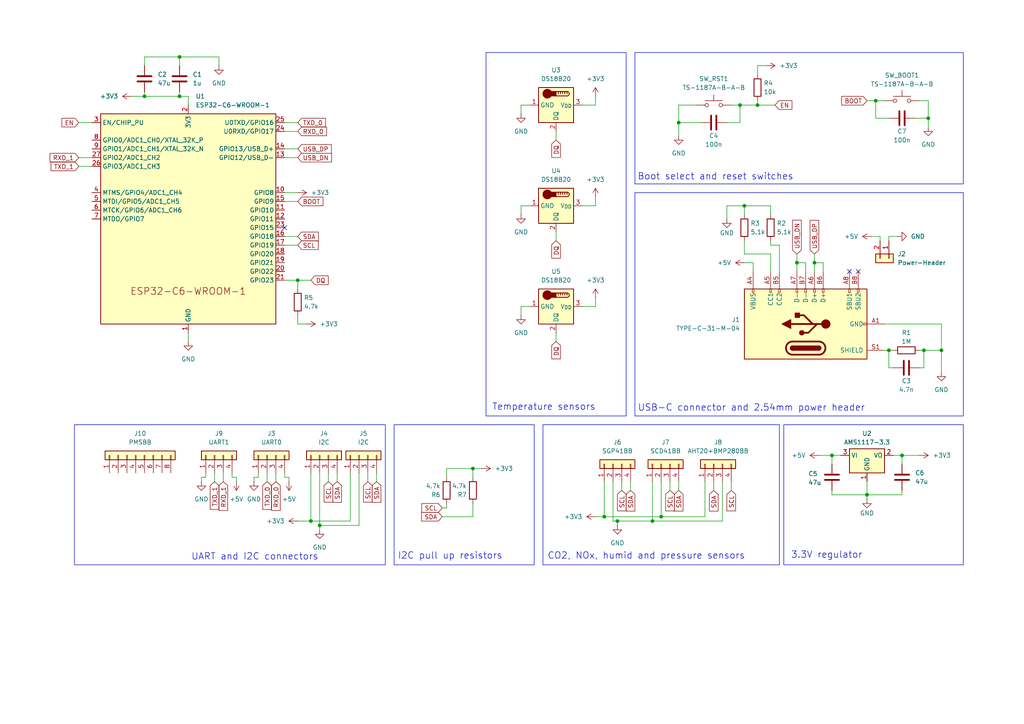
<source format=kicad_sch>
(kicad_sch (version 20250114) (generator "eeschema") (generator_version "9.0")
  (paper "A4")
  (lib_symbols
    (symbol "Connector:USB_C_Receptacle_USB2.0_16P" (pin_names (offset 1.016))
      (property "Reference" "J" (at 0 22.225 0))
      (property "Value" "USB_C_Receptacle_USB2.0_16P" (at 0 19.685 0))
      (symbol "USB_C_Receptacle_USB2.0_16P_0_0"
        (rectangle (start -0.254 -17.78) (end 0.254 -16.764))
        (rectangle (start 10.16 15.494) (end 9.144 14.986))
        (rectangle (start 10.16 10.414) (end 9.144 9.906))
        (rectangle (start 10.16 7.874) (end 9.144 7.366))
        (rectangle (start 10.16 2.794) (end 9.144 2.286))
        (rectangle (start 10.16 0.254) (end 9.144 -0.254))
        (rectangle (start 10.16 -2.286) (end 9.144 -2.794))
        (rectangle (start 10.16 -4.826) (end 9.144 -5.334))
        (rectangle (start 10.16 -12.446) (end 9.144 -12.954))
        (rectangle (start 10.16 -14.986) (end 9.144 -15.494))
      )
      (symbol "USB_C_Receptacle_USB2.0_16P_0_1"
        (rectangle (start -10.16 17.78) (end 10.16 -17.78) (stroke (width 0.254)) (fill (type background)))
        (polyline (pts (xy -8.89 -3.81) (xy -8.89 3.81)) (stroke (width 0.508)))
        (rectangle (start -7.62 -3.81) (end -6.35 3.81) (stroke (width 0.254)) (fill (type outline)))
        (arc (start -7.62 3.81) (mid -6.985 4.4423) (end -6.35 3.81) (stroke (width 0.254)))
        (arc (start -7.62 3.81) (mid -6.985 4.4423) (end -6.35 3.81) (stroke (width 0.254)) (fill (type outline)))
        (arc (start -8.89 3.81) (mid -6.985 5.7067) (end -5.08 3.81) (stroke (width 0.508)))
        (arc (start -5.08 -3.81) (mid -6.985 -5.7067) (end -8.89 -3.81) (stroke (width 0.508)))
        (arc (start -6.35 -3.81) (mid -6.985 -4.4423) (end -7.62 -3.81) (stroke (width 0.254)))
        (arc (start -6.35 -3.81) (mid -6.985 -4.4423) (end -7.62 -3.81) (stroke (width 0.254)) (fill (type outline)))
        (polyline (pts (xy -5.08 3.81) (xy -5.08 -3.81)) (stroke (width 0.508)))
        (circle (center -2.54 1.143) (radius 0.635) (stroke (width 0.254)) (fill (type outline)))
        (polyline (pts (xy -1.27 4.318) (xy 0 6.858) (xy 1.27 4.318) (xy -1.27 4.318)) (stroke (width 0.254)) (fill (type outline)))
        (polyline (pts (xy 0 -2.032) (xy 2.54 0.508) (xy 2.54 1.778)) (stroke (width 0.508)))
        (polyline (pts (xy 0 -3.302) (xy -2.54 -0.762) (xy -2.54 0.508)) (stroke (width 0.508)))
        (polyline (pts (xy 0 -5.842) (xy 0 4.318)) (stroke (width 0.508)))
        (circle (center 0 -5.842) (radius 1.27) (fill (type outline)))
        (rectangle (start 1.905 1.778) (end 3.175 3.048) (stroke (width 0.254)) (fill (type outline)))
      )
      (symbol "USB_C_Receptacle_USB2.0_16P_1_1"
        (pin passive line (at -7.62 -22.86 90) (length 5.08) (name "SHIELD") (number "S1"))
        (pin passive line (at 0 -22.86 90) (length 5.08) (name "GND") (number "A1"))
        (pin passive line (at 0 -22.86 90) (length 5.08) (hide yes) (name "GND") (number "A12"))
        (pin passive line (at 0 -22.86 90) (length 5.08) (hide yes) (name "GND") (number "B1"))
        (pin passive line (at 0 -22.86 90) (length 5.08) (hide yes) (name "GND") (number "B12"))
        (pin passive line (at 15.24 15.24 180) (length 5.08) (name "VBUS") (number "A4"))
        (pin passive line (at 15.24 15.24 180) (length 5.08) (hide yes) (name "VBUS") (number "A9"))
        (pin passive line (at 15.24 15.24 180) (length 5.08) (hide yes) (name "VBUS") (number "B4"))
        (pin passive line (at 15.24 15.24 180) (length 5.08) (hide yes) (name "VBUS") (number "B9"))
        (pin bidirectional line (at 15.24 10.16 180) (length 5.08) (name "CC1") (number "A5"))
        (pin bidirectional line (at 15.24 7.62 180) (length 5.08) (name "CC2") (number "B5"))
        (pin bidirectional line (at 15.24 2.54 180) (length 5.08) (name "D-") (number "A7"))
        (pin bidirectional line (at 15.24 0 180) (length 5.08) (name "D-") (number "B7"))
        (pin bidirectional line (at 15.24 -2.54 180) (length 5.08) (name "D+") (number "A6"))
        (pin bidirectional line (at 15.24 -5.08 180) (length 5.08) (name "D+") (number "B6"))
        (pin bidirectional line (at 15.24 -12.7 180) (length 5.08) (name "SBU1") (number "A8"))
        (pin bidirectional line (at 15.24 -15.24 180) (length 5.08) (name "SBU2") (number "B8"))
      )
    )
    (symbol "Connector_Generic:Conn_01x02" (pin_names (offset 1.016) (hide yes))
      (property "Reference" "J" (at 0 2.54 0))
      (property "Value" "Conn_01x02" (at 0 -5.08 0))
      (symbol "Conn_01x02_1_1"
        (rectangle (start -1.27 1.27) (end 1.27 -3.81) (stroke (width 0.254)) (fill (type background)))
        (rectangle (start -1.27 0.127) (end 0 -0.127) (stroke (width 0.1524)))
        (rectangle (start -1.27 -2.413) (end 0 -2.667) (stroke (width 0.1524)))
        (pin passive line (at -5.08 0 0) (length 3.81) (name "Pin_1") (number "1"))
        (pin passive line (at -5.08 -2.54 0) (length 3.81) (name "Pin_2") (number "2"))
      )
    )
    (symbol "Connector_Generic:Conn_01x04" (pin_names (offset 1.016) (hide yes))
      (property "Reference" "J" (at 0 5.08 0))
      (property "Value" "Conn_01x04" (at 0 -7.62 0))
      (symbol "Conn_01x04_1_1"
        (rectangle (start -1.27 3.81) (end 1.27 -6.35) (stroke (width 0.254)) (fill (type background)))
        (rectangle (start -1.27 2.667) (end 0 2.413) (stroke (width 0.1524)))
        (rectangle (start -1.27 0.127) (end 0 -0.127) (stroke (width 0.1524)))
        (rectangle (start -1.27 -2.413) (end 0 -2.667) (stroke (width 0.1524)))
        (rectangle (start -1.27 -4.953) (end 0 -5.207) (stroke (width 0.1524)))
        (pin passive line (at -5.08 2.54 0) (length 3.81) (name "Pin_1") (number "1"))
        (pin passive line (at -5.08 0 0) (length 3.81) (name "Pin_2") (number "2"))
        (pin passive line (at -5.08 -2.54 0) (length 3.81) (name "Pin_3") (number "3"))
        (pin passive line (at -5.08 -5.08 0) (length 3.81) (name "Pin_4") (number "4"))
      )
    )
    (symbol "Connector_Generic:Conn_01x08" (pin_names (offset 1.016) (hide yes))
      (property "Reference" "J" (at 0 10.16 0))
      (property "Value" "Conn_01x08" (at 0 -12.7 0))
      (symbol "Conn_01x08_1_1"
        (rectangle (start -1.27 8.89) (end 1.27 -11.43) (stroke (width 0.254)) (fill (type background)))
        (rectangle (start -1.27 7.747) (end 0 7.493) (stroke (width 0.1524)))
        (rectangle (start -1.27 5.207) (end 0 4.953) (stroke (width 0.1524)))
        (rectangle (start -1.27 2.667) (end 0 2.413) (stroke (width 0.1524)))
        (rectangle (start -1.27 0.127) (end 0 -0.127) (stroke (width 0.1524)))
        (rectangle (start -1.27 -2.413) (end 0 -2.667) (stroke (width 0.1524)))
        (rectangle (start -1.27 -4.953) (end 0 -5.207) (stroke (width 0.1524)))
        (rectangle (start -1.27 -7.493) (end 0 -7.747) (stroke (width 0.1524)))
        (rectangle (start -1.27 -10.033) (end 0 -10.287) (stroke (width 0.1524)))
        (pin passive line (at -5.08 7.62 0) (length 3.81) (name "Pin_1") (number "1"))
        (pin passive line (at -5.08 5.08 0) (length 3.81) (name "Pin_2") (number "2"))
        (pin passive line (at -5.08 2.54 0) (length 3.81) (name "Pin_3") (number "3"))
        (pin passive line (at -5.08 0 0) (length 3.81) (name "Pin_4") (number "4"))
        (pin passive line (at -5.08 -2.54 0) (length 3.81) (name "Pin_5") (number "5"))
        (pin passive line (at -5.08 -5.08 0) (length 3.81) (name "Pin_6") (number "6"))
        (pin passive line (at -5.08 -7.62 0) (length 3.81) (name "Pin_7") (number "7"))
        (pin passive line (at -5.08 -10.16 0) (length 3.81) (name "Pin_8") (number "8"))
      )
    )
    (symbol "Device:C" (pin_numbers (hide yes)) (pin_names (offset 0.254))
      (property "Reference" "C" (at 0.635 2.54 0))
      (property "Value" "C" (at 0.635 -2.54 0))
      (symbol "C_0_1"
        (polyline (pts (xy -2.032 0.762) (xy 2.032 0.762)) (stroke (width 0.508)))
        (polyline (pts (xy -2.032 -0.762) (xy 2.032 -0.762)) (stroke (width 0.508)))
      )
      (symbol "C_1_1"
        (pin passive line (at 0 3.81 270) (length 2.794) (name "~") (number "1"))
        (pin passive line (at 0 -3.81 90) (length 2.794) (name "~") (number "2"))
      )
    )
    (symbol "Device:R" (pin_numbers (hide yes)) (pin_names (offset 0))
      (property "Reference" "R" (at 2.032 0 90))
      (property "Value" "R" (at 0 0 90))
      (symbol "R_0_1"
        (rectangle (start -1.016 -2.54) (end 1.016 2.54) (stroke (width 0.254)))
      )
      (symbol "R_1_1"
        (pin passive line (at 0 3.81 270) (length 1.27) (name "~") (number "1"))
        (pin passive line (at 0 -3.81 90) (length 1.27) (name "~") (number "2"))
      )
    )
    (symbol "PCM_Espressif:ESP32-C6-WROOM-1"
      (property "Reference" "U" (at -25.4 35.56 0))
      (property "Value" "ESP32-C6-WROOM-1" (at -25.4 33.02 0))
      (symbol "ESP32-C6-WROOM-1_0_0"
        (text "ESP32-C6-WROOM-1" (at 0 -20.955 0) (effects (font (size 2 2))))
      )
      (symbol "ESP32-C6-WROOM-1_0_1"
        (rectangle (start -25.4 30.48) (end 25.4 -30.48) (stroke (width 0.254)) (fill (type background)))
      )
      (symbol "ESP32-C6-WROOM-1_1_1"
        (pin input line (at -27.94 27.94 0) (length 2.54) (name "EN/CHIP_PU") (number "3"))
        (pin bidirectional line (at -27.94 22.86 0) (length 2.54) (name "GPIO0/ADC1_CH0/XTAL_32K_P") (number "8"))
        (pin bidirectional line (at -27.94 20.32 0) (length 2.54) (name "GPIO1/ADC1_CH1/XTAL_32K_N") (number "9"))
        (pin bidirectional line (at -27.94 17.78 0) (length 2.54) (name "GPIO2/ADC1_CH2") (number "27"))
        (pin bidirectional line (at -27.94 15.24 0) (length 2.54) (name "GPIO3/ADC1_CH3") (number "26"))
        (pin bidirectional line (at -27.94 7.62 0) (length 2.54) (name "MTMS/GPIO4/ADC1_CH4") (number "4"))
        (pin bidirectional line (at -27.94 5.08 0) (length 2.54) (name "MTDI/GPIO5/ADC1_CH5") (number "5"))
        (pin bidirectional line (at -27.94 2.54 0) (length 2.54) (name "MTCK/GPIO6/ADC1_CH6") (number "6"))
        (pin bidirectional line (at -27.94 0 0) (length 2.54) (name "MTDO/GPIO7") (number "7"))
        (pin no_connect line (at -25.4 -12.7 0) (length 2.54) (hide yes) (name "NC") (number "22"))
        (pin power_in line (at 0 33.02 270) (length 2.54) (name "3V3") (number "2"))
        (pin power_in line (at 0 -33.02 90) (length 2.54) (name "GND") (number "1"))
        (pin passive line (at 0 -33.02 90) (length 2.54) (hide yes) (name "GND") (number "28"))
        (pin passive line (at 0 -33.02 90) (length 2.54) (hide yes) (name "GND") (number "29"))
        (pin bidirectional line (at 27.94 27.94 180) (length 2.54) (name "U0TXD/GPIO16") (number "25"))
        (pin bidirectional line (at 27.94 25.4 180) (length 2.54) (name "U0RXD/GPIO17") (number "24"))
        (pin bidirectional line (at 27.94 20.32 180) (length 2.54) (name "GPIO13/USB_D+") (number "14"))
        (pin bidirectional line (at 27.94 17.78 180) (length 2.54) (name "GPIO12/USB_D-") (number "13"))
        (pin bidirectional line (at 27.94 7.62 180) (length 2.54) (name "GPIO8") (number "10"))
        (pin bidirectional line (at 27.94 5.08 180) (length 2.54) (name "GPIO9") (number "15"))
        (pin bidirectional line (at 27.94 2.54 180) (length 2.54) (name "GPIO10") (number "11"))
        (pin bidirectional line (at 27.94 0 180) (length 2.54) (name "GPIO11") (number "12"))
        (pin bidirectional line (at 27.94 -2.54 180) (length 2.54) (name "GPIO15") (number "23"))
        (pin bidirectional line (at 27.94 -5.08 180) (length 2.54) (name "GPIO18") (number "16"))
        (pin bidirectional line (at 27.94 -7.62 180) (length 2.54) (name "GPIO19") (number "17"))
        (pin bidirectional line (at 27.94 -10.16 180) (length 2.54) (name "GPIO20") (number "18"))
        (pin bidirectional line (at 27.94 -12.7 180) (length 2.54) (name "GPIO21") (number "19"))
        (pin bidirectional line (at 27.94 -15.24 180) (length 2.54) (name "GPIO22") (number "20"))
        (pin bidirectional line (at 27.94 -17.78 180) (length 2.54) (name "GPIO23") (number "21"))
      )
    )
    (symbol "Regulator_Linear:AMS1117-3.3"
      (property "Reference" "U" (at -3.81 3.175 0))
      (property "Value" "AMS1117-3.3" (at 0 3.175 0))
      (symbol "AMS1117-3.3_0_1"
        (rectangle (start -5.08 -5.08) (end 5.08 1.905) (stroke (width 0.254)) (fill (type background)))
      )
      (symbol "AMS1117-3.3_1_1"
        (pin power_in line (at -7.62 0 0) (length 2.54) (name "VI") (number "3"))
        (pin power_in line (at 0 -7.62 90) (length 2.54) (name "GND") (number "1"))
        (pin power_out line (at 7.62 0 180) (length 2.54) (name "VO") (number "2"))
      )
    )
    (symbol "Sensor_Temperature:DS18B20"
      (property "Reference" "U" (at -3.81 6.35 0))
      (property "Value" "DS18B20" (at 6.35 6.35 0))
      (symbol "DS18B20_0_1"
        (rectangle (start -5.08 5.08) (end 5.08 -5.08) (stroke (width 0.254)) (fill (type background)))
        (polyline (pts (xy -3.937 3.175) (xy -3.937 0)) (stroke (width 0.254)))
        (polyline (pts (xy -3.937 3.175) (xy -3.302 3.175)) (stroke (width 0.254)))
        (polyline (pts (xy -3.937 2.54) (xy -3.302 2.54)) (stroke (width 0.254)))
        (polyline (pts (xy -3.937 1.905) (xy -3.302 1.905)) (stroke (width 0.254)))
        (polyline (pts (xy -3.937 1.27) (xy -3.302 1.27)) (stroke (width 0.254)))
        (polyline (pts (xy -3.937 0.635) (xy -3.302 0.635)) (stroke (width 0.254)))
        (arc (start -3.937 3.175) (mid -3.302 3.8073) (end -2.667 3.175) (stroke (width 0.254)))
        (circle (center -3.302 -2.54) (radius 1.27) (stroke (width 0.254)) (fill (type outline)))
        (polyline (pts (xy -2.667 3.175) (xy -2.667 0)) (stroke (width 0.254)))
        (rectangle (start -2.667 -1.905) (end -3.937 0) (stroke (width 0.254)) (fill (type outline)))
      )
      (symbol "DS18B20_1_1"
        (pin power_in line (at 0 7.62 270) (length 2.54) (name "V_{DD}") (number "3"))
        (pin power_in line (at 0 -7.62 90) (length 2.54) (name "GND") (number "1"))
        (pin bidirectional line (at 7.62 0 180) (length 2.54) (name "DQ") (number "2"))
      )
    )
    (symbol "Switch:SW_Push" (pin_numbers (hide yes)) (pin_names (offset 1.016) (hide yes))
      (property "Reference" "SW" (at 1.27 2.54 0))
      (property "Value" "SW_Push" (at 0 -1.524 0))
      (symbol "SW_Push_0_1"
        (circle (center -2.032 0) (radius 0.508))
        (polyline (pts (xy 0 1.27) (xy 0 3.048)))
        (circle (center 2.032 0) (radius 0.508))
        (polyline (pts (xy 2.54 1.27) (xy -2.54 1.27)))
        (pin passive line (at -5.08 0 0) (length 2.54) (name "1") (number "1"))
        (pin passive line (at 5.08 0 180) (length 2.54) (name "2") (number "2"))
      )
    )
    (symbol "power:+3V3" (power) (pin_numbers (hide yes)) (pin_names (offset 0) (hide yes))
      (property "Value" "+3V3" (at 0 3.556 0))
      (symbol "+3V3_0_1"
        (polyline (pts (xy -0.762 1.27) (xy 0 2.54)))
        (polyline (pts (xy 0 2.54) (xy 0.762 1.27)))
        (polyline (pts (xy 0 0) (xy 0 2.54)))
      )
      (symbol "+3V3_1_1"
        (pin power_in line (at 0 0 90) (length 0) (name "~") (number "1"))
      )
    )
    (symbol "power:+5V" (power) (pin_numbers (hide yes)) (pin_names (offset 0) (hide yes))
      (property "Value" "+5V" (at 0 3.556 0))
      (symbol "+5V_0_1"
        (polyline (pts (xy -0.762 1.27) (xy 0 2.54)))
        (polyline (pts (xy 0 2.54) (xy 0.762 1.27)))
        (polyline (pts (xy 0 0) (xy 0 2.54)))
      )
      (symbol "+5V_1_1"
        (pin power_in line (at 0 0 90) (length 0) (name "~") (number "1"))
      )
    )
    (symbol "power:GND" (power) (pin_numbers (hide yes)) (pin_names (offset 0) (hide yes))
      (property "Value" "GND" (at 0 -3.81 0))
      (symbol "GND_0_1"
        (polyline (pts (xy 0 0) (xy 0 -1.27) (xy 1.27 -1.27) (xy 0 -2.54) (xy -1.27 -1.27) (xy 0 -1.27)))
      )
      (symbol "GND_1_1"
        (pin power_in line (at 0 0 270) (length 0) (name "~") (number "1"))
      )
    )
  )
  (rectangle (start 140.97 15.24) (end 181.61 120.65))
  (rectangle (start 114.3 123.19) (end 154.94 163.83))
  (rectangle (start 184.15 55.88) (end 279.4 120.65))
  (rectangle (start 21.59 123.19) (end 111.76 163.83))
  (rectangle (start 227.33 123.19) (end 279.4 163.83))
  (rectangle (start 157.48 123.19) (end 226.06 163.83))
  (rectangle (start 184.15 15.24) (end 279.4 53.34))
  (text "USB-C connector and 2.54mm power header" (at 217.932 118.364 0) (effects (font (size 1.905 1.905))))
  (text "I2C pull up resistors\n" (at 130.556 161.29 0) (effects (font (size 1.905 1.905))))
  (text "3.3V regulator" (at 239.776 161.036 0) (effects (font (size 1.905 1.905))))
  (text "CO2, NOx, humid and pressure sensors" (at 187.452 161.29 0) (effects (font (size 1.905 1.905))))
  (text "UART and I2C connectors\n" (at 73.914 161.544 0) (effects (font (size 1.905 1.905))))
  (text "Boot select and reset switches" (at 207.518 51.308 0) (effects (font (size 1.905 1.905))))
  (text "Temperature sensors\n" (at 157.734 118.11 0) (effects (font (size 1.905 1.905))))
  (junction (at 261.62 132.08))
  (junction (at 86.36 81.28))
  (junction (at 90.17 151.13))
  (junction (at 41.91 27.94))
  (junction (at 137.16 135.89))
  (junction (at 214.63 30.48))
  (junction (at 191.77 149.86))
  (junction (at 215.9 59.69))
  (junction (at 52.07 16.51))
  (junction (at 273.05 101.6))
  (junction (at 196.85 35.56))
  (junction (at 175.26 149.86))
  (junction (at 269.24 34.29))
  (junction (at 219.71 30.48))
  (junction (at 52.07 27.94))
  (junction (at 179.07 151.13))
  (junction (at 231.14 76.2))
  (junction (at 92.71 152.4))
  (junction (at 254 29.21))
  (junction (at 267.97 101.6))
  (junction (at 189.23 151.13))
  (junction (at 257.81 101.6))
  (junction (at 241.3 132.08))
  (junction (at 251.46 143.51))
  (junction (at 236.22 76.2))
  (no_connect (at 248.92 78.74))
  (no_connect (at 82.55 66.04))
  (no_connect (at 246.38 78.74))
  (wire (pts (xy 223.52 78.74) (xy 223.52 73.66)))
  (wire (pts (xy 233.68 78.74) (xy 233.68 76.2)))
  (wire (pts (xy 82.55 81.28) (xy 86.36 81.28)))
  (wire (pts (xy 175.26 149.86) (xy 175.26 139.7)))
  (wire (pts (xy 254 29.21) (xy 254 34.29)))
  (wire (pts (xy 238.76 78.74) (xy 238.76 76.2)))
  (wire (pts (xy 251.46 143.51) (xy 251.46 144.78)))
  (wire (pts (xy 273.05 93.98) (xy 273.05 101.6)))
  (wire (pts (xy 38.1 27.94) (xy 41.91 27.94)))
  (wire (pts (xy 177.8 151.13) (xy 177.8 139.7)))
  (wire (pts (xy 257.81 101.6) (xy 257.81 106.68)))
  (wire (pts (xy 168.91 30.48) (xy 172.72 30.48)))
  (wire (pts (xy 106.68 137.16) (xy 106.68 139.7)))
  (wire (pts (xy 82.55 38.1) (xy 86.36 38.1)))
  (wire (pts (xy 255.27 69.85) (xy 255.27 68.58)))
  (wire (pts (xy 97.79 137.16) (xy 97.79 139.7)))
  (wire (pts (xy 92.71 137.16) (xy 92.71 152.4)))
  (wire (pts (xy 82.55 71.12) (xy 86.36 71.12)))
  (wire (pts (xy 77.47 137.16) (xy 77.47 139.7)))
  (wire (pts (xy 251.46 29.21) (xy 254 29.21)))
  (wire (pts (xy 52.07 26.67) (xy 52.07 27.94)))
  (wire (pts (xy 179.07 151.13) (xy 189.23 151.13)))
  (wire (pts (xy 82.55 58.42) (xy 86.36 58.42)))
  (wire (pts (xy 92.71 152.4) (xy 92.71 153.67)))
  (wire (pts (xy 261.62 132.08) (xy 266.7 132.08)))
  (wire (pts (xy 241.3 132.08) (xy 243.84 132.08)))
  (wire (pts (xy 214.63 30.48) (xy 219.71 30.48)))
  (wire (pts (xy 204.47 139.7) (xy 204.47 149.86)))
  (wire (pts (xy 22.86 48.26) (xy 26.67 48.26)))
  (wire (pts (xy 68.58 138.43) (xy 68.58 139.7)))
  (wire (pts (xy 215.9 73.66) (xy 215.9 69.85)))
  (wire (pts (xy 101.6 137.16) (xy 101.6 151.13)))
  (wire (pts (xy 63.5 16.51) (xy 63.5 19.05)))
  (wire (pts (xy 41.91 27.94) (xy 52.07 27.94)))
  (wire (pts (xy 151.13 33.02) (xy 151.13 30.48)))
  (wire (pts (xy 236.22 76.2) (xy 238.76 76.2)))
  (wire (pts (xy 137.16 135.89) (xy 137.16 138.43)))
  (wire (pts (xy 251.46 143.51) (xy 261.62 143.51)))
  (wire (pts (xy 62.23 137.16) (xy 62.23 139.7)))
  (wire (pts (xy 196.85 139.7) (xy 196.85 142.24)))
  (wire (pts (xy 266.7 106.68) (xy 267.97 106.68)))
  (wire (pts (xy 223.52 59.69) (xy 223.52 62.23)))
  (wire (pts (xy 256.54 93.98) (xy 273.05 93.98)))
  (wire (pts (xy 161.29 96.52) (xy 161.29 99.06)))
  (wire (pts (xy 86.36 151.13) (xy 90.17 151.13)))
  (wire (pts (xy 266.7 101.6) (xy 267.97 101.6)))
  (wire (pts (xy 64.77 137.16) (xy 64.77 139.7)))
  (wire (pts (xy 252.73 68.58) (xy 255.27 68.58)))
  (wire (pts (xy 104.14 152.4) (xy 92.71 152.4)))
  (wire (pts (xy 128.27 149.86) (xy 137.16 149.86)))
  (wire (pts (xy 223.52 73.66) (xy 215.9 73.66)))
  (wire (pts (xy 139.7 135.89) (xy 137.16 135.89)))
  (wire (pts (xy 241.3 143.51) (xy 251.46 143.51)))
  (wire (pts (xy 231.14 76.2) (xy 231.14 78.74)))
  (wire (pts (xy 172.72 59.69) (xy 172.72 57.15)))
  (wire (pts (xy 161.29 38.1) (xy 161.29 40.64)))
  (wire (pts (xy 86.36 93.98) (xy 86.36 91.44)))
  (wire (pts (xy 86.36 81.28) (xy 86.36 83.82)))
  (wire (pts (xy 219.71 29.21) (xy 219.71 30.48)))
  (wire (pts (xy 67.31 138.43) (xy 67.31 137.16)))
  (wire (pts (xy 182.88 139.7) (xy 182.88 142.24)))
  (wire (pts (xy 261.62 134.62) (xy 261.62 132.08)))
  (wire (pts (xy 109.22 137.16) (xy 109.22 139.7)))
  (wire (pts (xy 161.29 67.31) (xy 161.29 69.85)))
  (wire (pts (xy 269.24 34.29) (xy 269.24 29.21)))
  (wire (pts (xy 82.55 35.56) (xy 86.36 35.56)))
  (wire (pts (xy 172.72 30.48) (xy 172.72 27.94)))
  (wire (pts (xy 231.14 73.66) (xy 231.14 76.2)))
  (wire (pts (xy 22.86 35.56) (xy 26.67 35.56)))
  (wire (pts (xy 52.07 27.94) (xy 54.61 27.94)))
  (wire (pts (xy 251.46 139.7) (xy 251.46 143.51)))
  (wire (pts (xy 83.82 138.43) (xy 82.55 138.43)))
  (wire (pts (xy 128.27 147.32) (xy 129.54 147.32)))
  (wire (pts (xy 265.43 34.29) (xy 269.24 34.29)))
  (wire (pts (xy 273.05 101.6) (xy 273.05 107.95)))
  (wire (pts (xy 210.82 63.5) (xy 210.82 59.69)))
  (wire (pts (xy 223.52 71.12) (xy 226.06 71.12)))
  (wire (pts (xy 172.72 149.86) (xy 175.26 149.86)))
  (wire (pts (xy 59.69 138.43) (xy 59.69 137.16)))
  (wire (pts (xy 58.42 138.43) (xy 58.42 139.7)))
  (wire (pts (xy 267.97 106.68) (xy 267.97 101.6)))
  (wire (pts (xy 237.49 132.08) (xy 241.3 132.08)))
  (wire (pts (xy 269.24 34.29) (xy 269.24 36.83)))
  (wire (pts (xy 218.44 78.74) (xy 218.44 76.2)))
  (wire (pts (xy 219.71 19.05) (xy 222.25 19.05)))
  (wire (pts (xy 82.55 138.43) (xy 82.55 137.16)))
  (wire (pts (xy 58.42 138.43) (xy 59.69 138.43)))
  (wire (pts (xy 223.52 69.85) (xy 223.52 71.12)))
  (wire (pts (xy 82.55 68.58) (xy 86.36 68.58)))
  (wire (pts (xy 129.54 138.43) (xy 129.54 135.89)))
  (wire (pts (xy 82.55 55.88) (xy 86.36 55.88)))
  (wire (pts (xy 129.54 147.32) (xy 129.54 146.05)))
  (wire (pts (xy 82.55 43.18) (xy 86.36 43.18)))
  (wire (pts (xy 226.06 71.12) (xy 226.06 78.74)))
  (wire (pts (xy 261.62 142.24) (xy 261.62 143.51)))
  (wire (pts (xy 88.9 93.98) (xy 86.36 93.98)))
  (wire (pts (xy 41.91 19.05) (xy 41.91 16.51)))
  (wire (pts (xy 257.81 101.6) (xy 259.08 101.6)))
  (wire (pts (xy 196.85 30.48) (xy 196.85 35.56)))
  (wire (pts (xy 168.91 59.69) (xy 172.72 59.69)))
  (wire (pts (xy 209.55 151.13) (xy 189.23 151.13)))
  (wire (pts (xy 194.31 139.7) (xy 194.31 142.24)))
  (wire (pts (xy 73.66 138.43) (xy 74.93 138.43)))
  (wire (pts (xy 215.9 59.69) (xy 215.9 62.23)))
  (wire (pts (xy 73.66 138.43) (xy 73.66 139.7)))
  (wire (pts (xy 257.81 69.85) (xy 257.81 68.58)))
  (wire (pts (xy 137.16 149.86) (xy 137.16 146.05)))
  (wire (pts (xy 219.71 21.59) (xy 219.71 19.05)))
  (wire (pts (xy 54.61 30.48) (xy 54.61 27.94)))
  (wire (pts (xy 52.07 16.51) (xy 52.07 19.05)))
  (wire (pts (xy 151.13 59.69) (xy 153.67 59.69)))
  (wire (pts (xy 129.54 135.89) (xy 137.16 135.89)))
  (wire (pts (xy 201.93 30.48) (xy 196.85 30.48)))
  (wire (pts (xy 82.55 45.72) (xy 86.36 45.72)))
  (wire (pts (xy 257.81 106.68) (xy 259.08 106.68)))
  (wire (pts (xy 41.91 16.51) (xy 52.07 16.51)))
  (wire (pts (xy 104.14 137.16) (xy 104.14 152.4)))
  (wire (pts (xy 54.61 96.52) (xy 54.61 99.06)))
  (wire (pts (xy 214.63 35.56) (xy 214.63 30.48)))
  (wire (pts (xy 80.01 137.16) (xy 80.01 139.7)))
  (wire (pts (xy 210.82 59.69) (xy 215.9 59.69)))
  (wire (pts (xy 95.25 137.16) (xy 95.25 139.7)))
  (wire (pts (xy 212.09 30.48) (xy 214.63 30.48)))
  (wire (pts (xy 267.97 101.6) (xy 273.05 101.6)))
  (wire (pts (xy 215.9 59.69) (xy 223.52 59.69)))
  (wire (pts (xy 236.22 73.66) (xy 236.22 76.2)))
  (wire (pts (xy 90.17 151.13) (xy 90.17 137.16)))
  (wire (pts (xy 189.23 139.7) (xy 189.23 151.13)))
  (wire (pts (xy 22.86 45.72) (xy 26.67 45.72)))
  (wire (pts (xy 236.22 76.2) (xy 236.22 78.74)))
  (wire (pts (xy 241.3 134.62) (xy 241.3 132.08)))
  (wire (pts (xy 168.91 88.9) (xy 172.72 88.9)))
  (wire (pts (xy 196.85 35.56) (xy 196.85 39.37)))
  (wire (pts (xy 207.01 139.7) (xy 207.01 142.24)))
  (wire (pts (xy 83.82 138.43) (xy 83.82 139.7)))
  (wire (pts (xy 210.82 35.56) (xy 214.63 35.56)))
  (wire (pts (xy 86.36 81.28) (xy 90.17 81.28)))
  (wire (pts (xy 261.62 132.08) (xy 259.08 132.08)))
  (wire (pts (xy 175.26 149.86) (xy 191.77 149.86)))
  (wire (pts (xy 209.55 139.7) (xy 209.55 151.13)))
  (wire (pts (xy 266.7 29.21) (xy 269.24 29.21)))
  (wire (pts (xy 254 29.21) (xy 256.54 29.21)))
  (wire (pts (xy 203.2 35.56) (xy 196.85 35.56)))
  (wire (pts (xy 52.07 16.51) (xy 63.5 16.51)))
  (wire (pts (xy 191.77 149.86) (xy 204.47 149.86)))
  (wire (pts (xy 257.81 68.58) (xy 260.35 68.58)))
  (wire (pts (xy 212.09 139.7) (xy 212.09 142.24)))
  (wire (pts (xy 41.91 27.94) (xy 41.91 26.67)))
  (wire (pts (xy 179.07 151.13) (xy 177.8 151.13)))
  (wire (pts (xy 191.77 149.86) (xy 191.77 139.7)))
  (wire (pts (xy 151.13 62.23) (xy 151.13 59.69)))
  (wire (pts (xy 218.44 76.2) (xy 215.9 76.2)))
  (wire (pts (xy 179.07 151.13) (xy 179.07 152.4)))
  (wire (pts (xy 219.71 30.48) (xy 224.79 30.48)))
  (wire (pts (xy 231.14 76.2) (xy 233.68 76.2)))
  (wire (pts (xy 68.58 138.43) (xy 67.31 138.43)))
  (wire (pts (xy 101.6 151.13) (xy 90.17 151.13)))
  (wire (pts (xy 151.13 88.9) (xy 153.67 88.9)))
  (wire (pts (xy 180.34 139.7) (xy 180.34 142.24)))
  (wire (pts (xy 257.81 34.29) (xy 254 34.29)))
  (wire (pts (xy 151.13 30.48) (xy 153.67 30.48)))
  (wire (pts (xy 256.54 101.6) (xy 257.81 101.6)))
  (wire (pts (xy 241.3 142.24) (xy 241.3 143.51)))
  (wire (pts (xy 151.13 91.44) (xy 151.13 88.9)))
  (wire (pts (xy 172.72 88.9) (xy 172.72 86.36)))
  (wire (pts (xy 74.93 138.43) (xy 74.93 137.16)))
  (global_label "SCL" (shape input) (at 180.34 142.24 270) (property "Intersheetrefs" "${INTERSHEET_REFS}" (effects (hide yes))))
  (global_label "RXD_1" (shape input) (at 64.77 139.7 270) (property "Intersheetrefs" "${INTERSHEET_REFS}" (effects (hide yes))))
  (global_label "DQ" (shape input) (at 90.17 81.28 0) (property "Intersheetrefs" "${INTERSHEET_REFS}" (effects (hide yes))))
  (global_label "TXD_0" (shape input) (at 86.36 35.56 0) (property "Intersheetrefs" "${INTERSHEET_REFS}" (effects (hide yes))))
  (global_label "DQ" (shape input) (at 161.29 99.06 270) (property "Intersheetrefs" "${INTERSHEET_REFS}" (effects (hide yes))))
  (global_label "SDA" (shape input) (at 182.88 142.24 270) (property "Intersheetrefs" "${INTERSHEET_REFS}" (effects (hide yes))))
  (global_label "USB_DN" (shape input) (at 231.14 73.66 90) (property "Intersheetrefs" "${INTERSHEET_REFS}" (effects (hide yes))))
  (global_label "RXD_1" (shape input) (at 22.86 45.72 180) (property "Intersheetrefs" "${INTERSHEET_REFS}" (effects (hide yes))))
  (global_label "SDA" (shape input) (at 109.22 139.7 270) (property "Intersheetrefs" "${INTERSHEET_REFS}" (effects (hide yes))))
  (global_label "RXD_0" (shape input) (at 80.01 139.7 270) (property "Intersheetrefs" "${INTERSHEET_REFS}" (effects (hide yes))))
  (global_label "RXD_0" (shape input) (at 86.36 38.1 0) (property "Intersheetrefs" "${INTERSHEET_REFS}" (effects (hide yes))))
  (global_label "SDA" (shape input) (at 128.27 149.86 180) (property "Intersheetrefs" "${INTERSHEET_REFS}" (effects (hide yes))))
  (global_label "USB_DP" (shape input) (at 236.22 73.66 90) (property "Intersheetrefs" "${INTERSHEET_REFS}" (effects (hide yes))))
  (global_label "BOOT" (shape input) (at 86.36 58.42 0) (property "Intersheetrefs" "${INTERSHEET_REFS}" (effects (hide yes))))
  (global_label "SCL" (shape input) (at 95.25 139.7 270) (property "Intersheetrefs" "${INTERSHEET_REFS}" (effects (hide yes))))
  (global_label "TXD_0" (shape input) (at 77.47 139.7 270) (property "Intersheetrefs" "${INTERSHEET_REFS}" (effects (hide yes))))
  (global_label "SCL" (shape input) (at 106.68 139.7 270) (property "Intersheetrefs" "${INTERSHEET_REFS}" (effects (hide yes))))
  (global_label "SCL" (shape input) (at 128.27 147.32 180) (property "Intersheetrefs" "${INTERSHEET_REFS}" (effects (hide yes))))
  (global_label "BOOT" (shape input) (at 251.46 29.21 180) (property "Intersheetrefs" "${INTERSHEET_REFS}" (effects (hide yes))))
  (global_label "SCL" (shape input) (at 194.31 142.24 270) (property "Intersheetrefs" "${INTERSHEET_REFS}" (effects (hide yes))))
  (global_label "SDA" (shape input) (at 86.36 68.58 0) (property "Intersheetrefs" "${INTERSHEET_REFS}" (effects (hide yes))))
  (global_label "USB_DN" (shape input) (at 86.36 45.72 0) (property "Intersheetrefs" "${INTERSHEET_REFS}" (effects (hide yes))))
  (global_label "USB_DP" (shape input) (at 86.36 43.18 0) (property "Intersheetrefs" "${INTERSHEET_REFS}" (effects (hide yes))))
  (global_label "TXD_1" (shape input) (at 62.23 139.7 270) (property "Intersheetrefs" "${INTERSHEET_REFS}" (effects (hide yes))))
  (global_label "SDA" (shape input) (at 207.01 142.24 270) (property "Intersheetrefs" "${INTERSHEET_REFS}" (effects (hide yes))))
  (global_label "EN" (shape input) (at 22.86 35.56 180) (property "Intersheetrefs" "${INTERSHEET_REFS}" (effects (hide yes))))
  (global_label "SCL" (shape input) (at 212.09 142.24 270) (property "Intersheetrefs" "${INTERSHEET_REFS}" (effects (hide yes))))
  (global_label "SDA" (shape input) (at 97.79 139.7 270) (property "Intersheetrefs" "${INTERSHEET_REFS}" (effects (hide yes))))
  (global_label "TXD_1" (shape input) (at 22.86 48.26 180) (property "Intersheetrefs" "${INTERSHEET_REFS}" (effects (hide yes))))
  (global_label "SDA" (shape input) (at 196.85 142.24 270) (property "Intersheetrefs" "${INTERSHEET_REFS}" (effects (hide yes))))
  (global_label "DQ" (shape input) (at 161.29 40.64 270) (property "Intersheetrefs" "${INTERSHEET_REFS}" (effects (hide yes))))
  (global_label "DQ" (shape input) (at 161.29 69.85 270) (property "Intersheetrefs" "${INTERSHEET_REFS}" (effects (hide yes))))
  (global_label "EN" (shape input) (at 224.79 30.48 0) (property "Intersheetrefs" "${INTERSHEET_REFS}" (effects (hide yes))))
  (global_label "SCL" (shape input) (at 86.36 71.12 0) (property "Intersheetrefs" "${INTERSHEET_REFS}" (effects (hide yes))))
  (symbol (lib_id "power:GND") (at 210.82 63.5 0) (unit 1)
    (property "Reference" "#PWR04" (effects (hide yes)))
    (property "Value" "GND" (at 210.82 67.564 0))
    (property "Description" "Power symbol creates a global label with name \"GND\" , ground" (effects (hide yes)))
  )
  (symbol (lib_id "power:+5V") (at 83.82 139.7 180) (unit 1)
    (property "Reference" "#PWR026" (effects (hide yes)))
    (property "Value" "+5V" (at 83.82 144.78 0))
    (property "Description" "Power symbol creates a global label with name \"+5V\"" (effects (hide yes)))
  )
  (symbol (lib_id "Device:C") (at 41.91 22.86 0) (unit 1)
    (property "Reference" "C2" (at 45.72 21.5899 0) (effects (justify left)))
    (property "Value" "47u" (at 45.72 24.1299 0) (effects (justify left)))
    (property "Footprint" "Capacitor_SMD:C_0805_2012Metric" (effects (hide yes)))
    (property "Description" "Unpolarized capacitor" (effects (hide yes)))
    (property "MFR" "CL21A476MQYNNNE" (effects (hide yes)))
  )
  (symbol (lib_id "power:+3V3") (at 172.72 57.15 0) (unit 1)
    (property "Reference" "#PWR019" (effects (hide yes)))
    (property "Value" "+3V3" (at 172.72 52.07 0))
    (property "Description" "Power symbol creates a global label with name \"+3V3\"" (effects (hide yes)))
  )
  (symbol (lib_id "power:+3V3") (at 88.9 93.98 270) (unit 1)
    (property "Reference" "#PWR024" (effects (hide yes)))
    (property "Value" "+3V3" (at 92.71 93.9799 90) (effects (justify left)))
    (property "Description" "Power symbol creates a global label with name \"+3V3\"" (effects (hide yes)))
  )
  (symbol (lib_id "power:GND") (at 63.5 19.05 0) (unit 1)
    (property "Reference" "#PWR06" (effects (hide yes)))
    (property "Value" "GND" (at 63.5 24.13 0))
    (property "Description" "Power symbol creates a global label with name \"GND\" , ground" (effects (hide yes)))
  )
  (symbol (lib_id "power:+3V3") (at 266.7 132.08 270) (unit 1)
    (property "Reference" "#PWR010" (effects (hide yes)))
    (property "Value" "+3V3" (at 270.51 132.0799 90) (effects (justify left)))
    (property "Description" "Power symbol creates a global label with name \"+3V3\"" (effects (hide yes)))
  )
  (symbol (lib_id "power:GND") (at 151.13 62.23 0) (unit 1)
    (property "Reference" "#PWR018" (effects (hide yes)))
    (property "Value" "GND" (at 151.13 67.31 0))
    (property "Description" "Power symbol creates a global label with name \"GND\" , ground" (effects (hide yes)))
  )
  (symbol (lib_id "power:GND") (at 273.05 107.95 0) (unit 1)
    (property "Reference" "#PWR05" (effects (hide yes)))
    (property "Value" "GND" (at 273.05 113.03 0))
    (property "Description" "Power symbol creates a global label with name \"GND\" , ground" (effects (hide yes)))
  )
  (symbol (lib_id "power:GND") (at 196.85 39.37 0) (unit 1)
    (property "Reference" "#PWR07" (effects (hide yes)))
    (property "Value" "GND" (at 196.85 44.45 0))
    (property "Description" "Power symbol creates a global label with name \"GND\" , ground" (effects (hide yes)))
  )
  (symbol (lib_id "Switch:SW_Push") (at 261.62 29.21 0) (unit 1)
    (property "Reference" "SW_BOOT1" (at 261.62 21.844 0))
    (property "Value" "TS-1187A-B-A-B" (at 261.62 24.384 0))
    (property "Footprint" "Button_Switch_SMD:SW_Push_1P1T_XKB_TS-1187A" (effects (hide yes)))
    (property "Description" "Push button switch, generic, two pins" (effects (hide yes)))
    (property "MFR" "TS-1187A-B-A-B" (effects (hide yes)))
  )
  (symbol (lib_id "Device:R") (at 129.54 142.24 0) (unit 1)
    (property "Reference" "R6" (at 127.762 143.51 0) (effects (justify right)))
    (property "Value" "4.7k" (at 127.762 140.97 0) (effects (justify right)))
    (property "Footprint" "Resistor_SMD:R_0402_1005Metric" (effects (hide yes)))
    (property "Description" "Resistor" (effects (hide yes)))
    (property "MFR" "0402WGF4701TCE" (effects (hide yes)))
  )
  (symbol (lib_id "Device:R") (at 215.9 66.04 180) (unit 1)
    (property "Reference" "R3" (at 217.678 64.77 0) (effects (justify right)))
    (property "Value" "5.1k" (at 217.678 67.31 0) (effects (justify right)))
    (property "Footprint" "Resistor_SMD:R_0402_1005Metric" (effects (hide yes)))
    (property "Description" "Resistor" (effects (hide yes)))
    (property "MFR" "0402WGF5101TCE" (effects (hide yes)))
  )
  (symbol (lib_id "Connector_Generic:Conn_01x04") (at 62.23 132.08 90) (unit 1)
    (property "Reference" "J9" (at 63.5 125.73 90))
    (property "Value" "UART1" (at 63.5 128.27 90))
    (property "Footprint" "Connector_PinHeader_2.54mm:PinHeader_1x04_P2.54mm_Vertical" (effects (hide yes)))
    (property "Description" "Generic connector, single row, 01x04, script generated (kicad-library-utils/schlib/autogen/connector/)" (effects (hide yes)))
  )
  (symbol (lib_id "Sensor_Temperature:DS18B20") (at 161.29 30.48 270) (unit 1)
    (property "Reference" "U3" (at 161.29 20.32 90))
    (property "Value" "DS18B20" (at 161.29 22.86 90))
    (property "Footprint" "Package_TO_SOT_THT:TO-92_Inline" (effects (hide yes)))
    (property "Datasheet" "http://datasheets.maximintegrated.com/en/ds/DS18B20.pdf" (effects (hide yes)))
    (property "Description" "Programmable Resolution 1-Wire Digital Thermometer TO-92" (effects (hide yes)))
  )
  (symbol (lib_id "Device:R") (at 86.36 87.63 180) (unit 1)
    (property "Reference" "R5" (at 88.138 86.36 0) (effects (justify right)))
    (property "Value" "4.7k" (at 88.138 88.9 0) (effects (justify right)))
    (property "Footprint" "Resistor_SMD:R_0402_1005Metric" (effects (hide yes)))
    (property "Description" "Resistor" (effects (hide yes)))
    (property "MFR" "0402WGF4701TCE" (effects (hide yes)))
  )
  (symbol (lib_id "power:+5V") (at 68.58 139.7 180) (unit 1)
    (property "Reference" "#PWR033" (effects (hide yes)))
    (property "Value" "+5V" (at 68.58 144.78 0))
    (property "Description" "Power symbol creates a global label with name \"+5V\"" (effects (hide yes)))
  )
  (symbol (lib_id "PCM_Espressif:ESP32-C6-WROOM-1") (at 54.61 63.5 0) (unit 1)
    (property "Reference" "U1" (at 56.7533 27.94 0) (effects (justify left)))
    (property "Value" "ESP32-C6-WROOM-1" (at 56.7533 30.48 0) (effects (justify left)))
    (property "Footprint" "PCM_Espressif:ESP32-C6-WROOM-1" (effects (hide yes)))
    (property "Datasheet" "https://www.espressif.com/sites/default/files/documentation/esp32-c6-wroom-1_wroom-1u_datasheet_en.pdf" (effects (hide yes)))
    (property "Description" "ESP32-C6-WROOM-1/U is a module that supports 2.4 GHz Wi-Fi 6 (802.11 ax), Bluetooth® 5 (LE), Zigbee and Thread (802.15.4)" (effects (hide yes)))
  )
  (symbol (lib_id "Connector_Generic:Conn_01x04") (at 207.01 134.62 90) (unit 1)
    (property "Reference" "J8" (at 208.28 128.27 90))
    (property "Value" "AHT20+BMP280BB" (at 208.28 130.81 90))
    (property "Footprint" "Connector_PinHeader_2.54mm:PinHeader_1x04_P2.54mm_Vertical" (effects (hide yes)))
    (property "Description" "Generic connector, single row, 01x04, script generated (kicad-library-utils/schlib/autogen/connector/)" (effects (hide yes)))
  )
  (symbol (lib_id "Connector_Generic:Conn_01x08") (at 39.37 132.08 90) (unit 1)
    (property "Reference" "J10" (at 40.64 125.73 90))
    (property "Value" "PMSBB" (at 40.64 128.27 90))
    (property "Footprint" "Connector_JST:JST_GH_BM08B-GHS-TBT_1x08-1MP_P1.25mm_Vertical" (effects (hide yes)))
    (property "Description" "Generic connector, single row, 01x08, script generated (kicad-library-utils/schlib/autogen/connector/)" (effects (hide yes)))
  )
  (symbol (lib_id "Connector_Generic:Conn_01x04") (at 191.77 134.62 90) (unit 1)
    (property "Reference" "J7" (at 193.04 128.27 90))
    (property "Value" "SCD41BB" (at 193.04 130.81 90))
    (property "Footprint" "Connector_PinHeader_2.54mm:PinHeader_1x04_P2.54mm_Vertical" (effects (hide yes)))
    (property "Description" "Generic connector, single row, 01x04, script generated (kicad-library-utils/schlib/autogen/connector/)" (effects (hide yes)))
  )
  (symbol (lib_id "power:+5V") (at 252.73 68.58 90) (unit 1)
    (property "Reference" "#PWR016" (effects (hide yes)))
    (property "Value" "+5V" (at 248.92 68.5799 90) (effects (justify left)))
    (property "Description" "Power symbol creates a global label with name \"+5V\"" (effects (hide yes)))
  )
  (symbol (lib_id "power:GND") (at 73.66 139.7 0) (unit 1)
    (property "Reference" "#PWR025" (effects (hide yes)))
    (property "Value" "GND" (at 73.66 144.78 0))
    (property "Description" "Power symbol creates a global label with name \"GND\" , ground" (effects (hide yes)))
  )
  (symbol (lib_id "Device:C") (at 262.89 106.68 270) (unit 1)
    (property "Reference" "C3" (at 262.89 110.49 90))
    (property "Value" "4.7n" (at 262.89 113.03 90))
    (property "Footprint" "Capacitor_SMD:C_0402_1005Metric" (effects (hide yes)))
    (property "Description" "Unpolarized capacitor" (effects (hide yes)))
    (property "MFR" "0402B472K500NT" (effects (hide yes)))
  )
  (symbol (lib_id "power:+3V3") (at 222.25 19.05 270) (unit 1)
    (property "Reference" "#PWR013" (effects (hide yes)))
    (property "Value" "+3V3" (at 226.06 19.0499 90) (effects (justify left)))
    (property "Description" "Power symbol creates a global label with name \"+3V3\"" (effects (hide yes)))
  )
  (symbol (lib_id "Connector_Generic:Conn_01x04") (at 104.14 132.08 90) (unit 1)
    (property "Reference" "J5" (at 105.41 125.73 90))
    (property "Value" "I2C" (at 105.41 128.27 90))
    (property "Footprint" "Connector_PinHeader_2.54mm:PinHeader_1x04_P2.54mm_Vertical" (effects (hide yes)))
    (property "Description" "Generic connector, single row, 01x04, script generated (kicad-library-utils/schlib/autogen/connector/)" (effects (hide yes)))
  )
  (symbol (lib_id "power:GND") (at 260.35 68.58 90) (unit 1)
    (property "Reference" "#PWR017" (effects (hide yes)))
    (property "Value" "GND" (at 264.16 68.5799 90) (effects (justify right)))
    (property "Description" "Power symbol creates a global label with name \"GND\" , ground" (effects (hide yes)))
  )
  (symbol (lib_id "power:+3V3") (at 38.1 27.94 90) (unit 1)
    (property "Reference" "#PWR02" (effects (hide yes)))
    (property "Value" "+3V3" (at 34.29 27.9399 90) (effects (justify left)))
    (property "Description" "Power symbol creates a global label with name \"+3V3\"" (effects (hide yes)))
  )
  (symbol (lib_id "Device:R") (at 262.89 101.6 270) (unit 1)
    (property "Reference" "R1" (at 262.89 96.52 90))
    (property "Value" "1M" (at 262.89 99.06 90))
    (property "Footprint" "Resistor_SMD:R_0402_1005Metric" (effects (hide yes)))
    (property "Description" "Resistor" (effects (hide yes)))
    (property "MFR" "0402WGF1004TCE" (effects (hide yes)))
  )
  (symbol (lib_id "Device:R") (at 219.71 25.4 180) (unit 1)
    (property "Reference" "R4" (at 221.488 24.13 0) (effects (justify right)))
    (property "Value" "10k" (at 221.488 26.67 0) (effects (justify right)))
    (property "Footprint" "Resistor_SMD:R_0402_1005Metric" (effects (hide yes)))
    (property "Description" "Resistor" (effects (hide yes)))
    (property "MFR" "0402WGF1002TCE" (effects (hide yes)))
  )
  (symbol (lib_id "Regulator_Linear:AMS1117-3.3") (at 251.46 132.08 0) (unit 1)
    (property "Reference" "U2" (at 251.46 125.73 0))
    (property "Value" "AMS1117-3.3" (at 251.46 128.27 0))
    (property "Footprint" "Package_TO_SOT_SMD:SOT-223-3_TabPin2" (effects (hide yes)))
    (property "Datasheet" "http://www.advanced-monolithic.com/pdf/ds1117.pdf" (effects (hide yes)))
    (property "Description" "1A Low Dropout regulator, positive, 3.3V fixed output, SOT-223" (effects (hide yes)))
  )
  (symbol (lib_id "Device:R") (at 223.52 66.04 180) (unit 1)
    (property "Reference" "R2" (at 225.298 64.77 0) (effects (justify right)))
    (property "Value" "5.1k" (at 225.298 67.31 0) (effects (justify right)))
    (property "Footprint" "Resistor_SMD:R_0402_1005Metric" (effects (hide yes)))
    (property "Description" "Resistor" (effects (hide yes)))
    (property "MFR" "0402WGF5101TCE" (effects (hide yes)))
  )
  (symbol (lib_id "power:+5V") (at 215.9 76.2 90) (unit 1)
    (property "Reference" "#PWR03" (effects (hide yes)))
    (property "Value" "+5V" (at 212.09 76.1999 90) (effects (justify left)))
    (property "Description" "Power symbol creates a global label with name \"+5V\"" (effects (hide yes)))
  )
  (symbol (lib_id "Sensor_Temperature:DS18B20") (at 161.29 88.9 270) (unit 1)
    (property "Reference" "U5" (at 161.29 78.74 90))
    (property "Value" "DS18B20" (at 161.29 81.28 90))
    (property "Footprint" "Package_TO_SOT_THT:TO-92_Inline" (effects (hide yes)))
    (property "Datasheet" "http://datasheets.maximintegrated.com/en/ds/DS18B20.pdf" (effects (hide yes)))
    (property "Description" "Programmable Resolution 1-Wire Digital Thermometer TO-92" (effects (hide yes)))
  )
  (symbol (lib_id "Sensor_Temperature:DS18B20") (at 161.29 59.69 270) (unit 1)
    (property "Reference" "U4" (at 161.29 49.53 90))
    (property "Value" "DS18B20" (at 161.29 52.07 90))
    (property "Footprint" "Package_TO_SOT_THT:TO-92_Inline" (effects (hide yes)))
    (property "Datasheet" "http://datasheets.maximintegrated.com/en/ds/DS18B20.pdf" (effects (hide yes)))
    (property "Description" "Programmable Resolution 1-Wire Digital Thermometer TO-92" (effects (hide yes)))
  )
  (symbol (lib_id "power:GND") (at 269.24 36.83 0) (unit 1)
    (property "Reference" "#PWR012" (effects (hide yes)))
    (property "Value" "GND" (at 269.24 41.91 0))
    (property "Description" "Power symbol creates a global label with name \"GND\" , ground" (effects (hide yes)))
  )
  (symbol (lib_id "Connector_Generic:Conn_01x02") (at 257.81 74.93 270) (unit 1)
    (property "Reference" "J2" (at 260.35 73.6599 90) (effects (justify left)))
    (property "Value" "Power-Header" (at 260.35 76.1999 90) (effects (justify left)))
    (property "Footprint" "Connector_PinHeader_2.54mm:PinHeader_1x02_P2.54mm_Vertical" (effects (hide yes)))
    (property "Description" "Generic connector, single row, 01x02, script generated (kicad-library-utils/schlib/autogen/connector/)" (effects (hide yes)))
  )
  (symbol (lib_id "Device:C") (at 207.01 35.56 90) (unit 1)
    (property "Reference" "C4" (at 207.01 39.37 90))
    (property "Value" "100n" (at 207.01 41.91 90))
    (property "Footprint" "Capacitor_SMD:C_0402_1005Metric" (effects (hide yes)))
    (property "Description" "Unpolarized capacitor" (effects (hide yes)))
    (property "MFR" "CL05B104KO5NNNC" (effects (hide yes)))
  )
  (symbol (lib_id "power:+3V3") (at 139.7 135.89 270) (unit 1)
    (property "Reference" "#PWR029" (effects (hide yes)))
    (property "Value" "+3V3" (at 143.51 135.8899 90) (effects (justify left)))
    (property "Description" "Power symbol creates a global label with name \"+3V3\"" (effects (hide yes)))
  )
  (symbol (lib_id "power:GND") (at 92.71 153.67 0) (unit 1)
    (property "Reference" "#PWR028" (effects (hide yes)))
    (property "Value" "GND" (at 92.71 158.75 0))
    (property "Description" "Power symbol creates a global label with name \"GND\" , ground" (effects (hide yes)))
  )
  (symbol (lib_id "power:GND") (at 151.13 91.44 0) (unit 1)
    (property "Reference" "#PWR020" (effects (hide yes)))
    (property "Value" "GND" (at 151.13 96.52 0))
    (property "Description" "Power symbol creates a global label with name \"GND\" , ground" (effects (hide yes)))
  )
  (symbol (lib_id "Connector:USB_C_Receptacle_USB2.0_16P") (at 233.68 93.98 90) (unit 1)
    (property "Reference" "J1" (at 214.63 92.7099 90) (effects (justify left)))
    (property "Value" "TYPE-C-31-M-04" (at 214.63 95.2499 90) (effects (justify left)))
    (property "Footprint" "Connector_USB:USB_C_Receptacle_HRO_TYPE-C-31-M-12" (effects (hide yes)))
    (property "Datasheet" "https://www.usb.org/sites/default/files/documents/usb_type-c.zip" (effects (hide yes)))
    (property "Description" "USB 2.0-only 16P Type-C Receptacle connector" (effects (hide yes)))
    (property "MFR" "TYPE-C-31-M-04" (effects (hide yes)))
  )
  (symbol (lib_id "Device:C") (at 261.62 138.43 0) (unit 1)
    (property "Reference" "C6" (at 265.43 137.1599 0) (effects (justify left)))
    (property "Value" "47u" (at 265.43 139.6999 0) (effects (justify left)))
    (property "Footprint" "Capacitor_SMD:C_0805_2012Metric" (effects (hide yes)))
    (property "Description" "Unpolarized capacitor" (effects (hide yes)))
    (property "MFR" "CL21A476MQYNNNE" (effects (hide yes)))
  )
  (symbol (lib_id "Connector_Generic:Conn_01x04") (at 77.47 132.08 90) (unit 1)
    (property "Reference" "J3" (at 78.74 125.73 90))
    (property "Value" "UART0" (at 78.74 128.27 90))
    (property "Footprint" "Connector_PinHeader_2.54mm:PinHeader_1x04_P2.54mm_Vertical" (effects (hide yes)))
    (property "Description" "Generic connector, single row, 01x04, script generated (kicad-library-utils/schlib/autogen/connector/)" (effects (hide yes)))
  )
  (symbol (lib_id "power:GND") (at 151.13 33.02 0) (unit 1)
    (property "Reference" "#PWR015" (effects (hide yes)))
    (property "Value" "GND" (at 151.13 38.1 0))
    (property "Description" "Power symbol creates a global label with name \"GND\" , ground" (effects (hide yes)))
  )
  (symbol (lib_id "power:+5V") (at 237.49 132.08 90) (unit 1)
    (property "Reference" "#PWR09" (effects (hide yes)))
    (property "Value" "+5V" (at 233.68 132.0799 90) (effects (justify left)))
    (property "Description" "Power symbol creates a global label with name \"+5V\"" (effects (hide yes)))
  )
  (symbol (lib_id "power:GND") (at 179.07 152.4 0) (unit 1)
    (property "Reference" "#PWR031" (effects (hide yes)))
    (property "Value" "GND" (at 179.07 157.48 0))
    (property "Description" "Power symbol creates a global label with name \"GND\" , ground" (effects (hide yes)))
  )
  (symbol (lib_id "power:+3V3") (at 86.36 55.88 270) (unit 1)
    (property "Reference" "#PWR011" (effects (hide yes)))
    (property "Value" "+3V3" (at 90.17 55.8799 90) (effects (justify left)))
    (property "Description" "Power symbol creates a global label with name \"+3V3\"" (effects (hide yes)))
  )
  (symbol (lib_id "Device:C") (at 52.07 22.86 0) (unit 1)
    (property "Reference" "C1" (at 55.88 21.5899 0) (effects (justify left)))
    (property "Value" "1u" (at 55.88 24.1299 0) (effects (justify left)))
    (property "Footprint" "Capacitor_SMD:C_0402_1005Metric" (effects (hide yes)))
    (property "Description" "Unpolarized capacitor" (effects (hide yes)))
    (property "MFR" "CL05A105KA5NQNC" (effects (hide yes)))
  )
  (symbol (lib_id "power:+3V3") (at 172.72 149.86 90) (unit 1)
    (property "Reference" "#PWR030" (effects (hide yes)))
    (property "Value" "+3V3" (at 168.91 149.8599 90) (effects (justify left)))
    (property "Description" "Power symbol creates a global label with name \"+3V3\"" (effects (hide yes)))
  )
  (symbol (lib_id "power:+3V3") (at 172.72 27.94 0) (unit 1)
    (property "Reference" "#PWR014" (effects (hide yes)))
    (property "Value" "+3V3" (at 172.72 22.86 0))
    (property "Description" "Power symbol creates a global label with name \"+3V3\"" (effects (hide yes)))
  )
  (symbol (lib_id "power:GND") (at 251.46 144.78 0) (unit 1)
    (property "Reference" "#PWR08" (effects (hide yes)))
    (property "Value" "GND" (at 251.46 148.844 0))
    (property "Description" "Power symbol creates a global label with name \"GND\" , ground" (effects (hide yes)))
  )
  (symbol (lib_id "Switch:SW_Push") (at 207.01 30.48 0) (unit 1)
    (property "Reference" "SW_RST1" (at 207.01 22.86 0))
    (property "Value" "TS-1187A-B-A-B" (at 207.01 25.4 0))
    (property "Footprint" "Button_Switch_SMD:SW_Push_1P1T_XKB_TS-1187A" (effects (hide yes)))
    (property "Description" "Push button switch, generic, two pins" (effects (hide yes)))
    (property "MFR" "TS-1187A-B-A-B" (effects (hide yes)))
  )
  (symbol (lib_id "Device:R") (at 137.16 142.24 0) (unit 1)
    (property "Reference" "R7" (at 135.382 143.51 0) (effects (justify right)))
    (property "Value" "4.7k" (at 135.382 140.97 0) (effects (justify right)))
    (property "Footprint" "Resistor_SMD:R_0402_1005Metric" (effects (hide yes)))
    (property "Description" "Resistor" (effects (hide yes)))
    (property "MFR" "0402WGF4701TCE" (effects (hide yes)))
  )
  (symbol (lib_id "Device:C") (at 241.3 138.43 0) (unit 1)
    (property "Reference" "C5" (at 234.442 137.414 0) (effects (justify left)))
    (property "Value" "47u" (at 234.442 139.954 0) (effects (justify left)))
    (property "Footprint" "Capacitor_SMD:C_0805_2012Metric" (effects (hide yes)))
    (property "Description" "Unpolarized capacitor" (effects (hide yes)))
    (property "MFR" "CL21A476MQYNNNE" (effects (hide yes)))
  )
  (symbol (lib_id "power:+3V3") (at 172.72 86.36 0) (unit 1)
    (property "Reference" "#PWR021" (effects (hide yes)))
    (property "Value" "+3V3" (at 172.72 81.28 0))
    (property "Description" "Power symbol creates a global label with name \"+3V3\"" (effects (hide yes)))
  )
  (symbol (lib_id "Connector_Generic:Conn_01x04") (at 92.71 132.08 90) (unit 1)
    (property "Reference" "J4" (at 93.98 125.73 90))
    (property "Value" "I2C" (at 93.98 128.27 90))
    (property "Footprint" "Connector_PinHeader_2.54mm:PinHeader_1x04_P2.54mm_Vertical" (effects (hide yes)))
    (property "Description" "Generic connector, single row, 01x04, script generated (kicad-library-utils/schlib/autogen/connector/)" (effects (hide yes)))
  )
  (symbol (lib_id "Device:C") (at 261.62 34.29 90) (unit 1)
    (property "Reference" "C7" (at 261.62 38.1 90))
    (property "Value" "100n" (at 261.62 40.64 90))
    (property "Footprint" "Capacitor_SMD:C_0402_1005Metric" (effects (hide yes)))
    (property "Description" "Unpolarized capacitor" (effects (hide yes)))
    (property "MFR" "CL05B104KO5NNNC" (effects (hide yes)))
  )
  (symbol (lib_id "power:+3V3") (at 86.36 151.13 90) (unit 1)
    (property "Reference" "#PWR027" (effects (hide yes)))
    (property "Value" "+3V3" (at 82.55 151.1299 90) (effects (justify left)))
    (property "Description" "Power symbol creates a global label with name \"+3V3\"" (effects (hide yes)))
  )
  (symbol (lib_id "Connector_Generic:Conn_01x04") (at 177.8 134.62 90) (unit 1)
    (property "Reference" "J6" (at 179.07 128.27 90))
    (property "Value" "SGP41BB" (at 179.07 130.81 90))
    (property "Footprint" "Connector_PinHeader_2.54mm:PinHeader_1x04_P2.54mm_Vertical" (effects (hide yes)))
    (property "Description" "Generic connector, single row, 01x04, script generated (kicad-library-utils/schlib/autogen/connector/)" (effects (hide yes)))
  )
  (symbol (lib_id "power:GND") (at 54.61 99.06 0) (unit 1)
    (property "Reference" "#PWR01" (effects (hide yes)))
    (property "Value" "GND" (at 54.61 104.14 0))
    (property "Description" "Power symbol creates a global label with name \"GND\" , ground" (effects (hide yes)))
  )
  (symbol (lib_id "power:GND") (at 58.42 139.7 0) (unit 1)
    (property "Reference" "#PWR032" (effects (hide yes)))
    (property "Value" "GND" (at 58.42 144.78 0))
    (property "Description" "Power symbol creates a global label with name \"GND\" , ground" (effects (hide yes)))
  )
)
</source>
